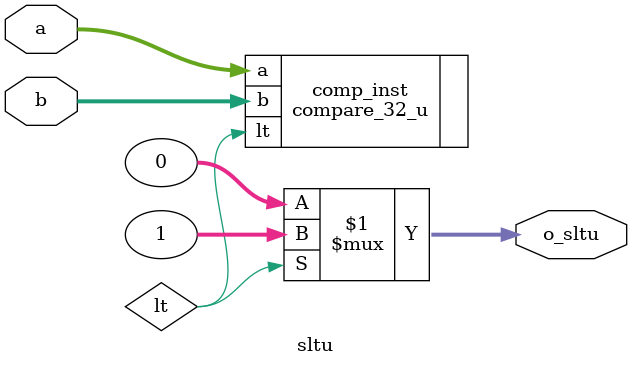
<source format=sv>
module sltu #(
    parameter N = 32
) (
    input  logic [N-1:0] a,
    input  logic [N-1:0] b,
    output logic [N-1:0] o_sltu
);

  logic eq,lt;

  // Instantiate the signed compare module
  compare_32_u comp_inst (
      .a (a),
      .b (b),
      .lt(lt)
  );


  assign o_sltu = lt ? 32'd1 : 32'd0;

endmodule

</source>
